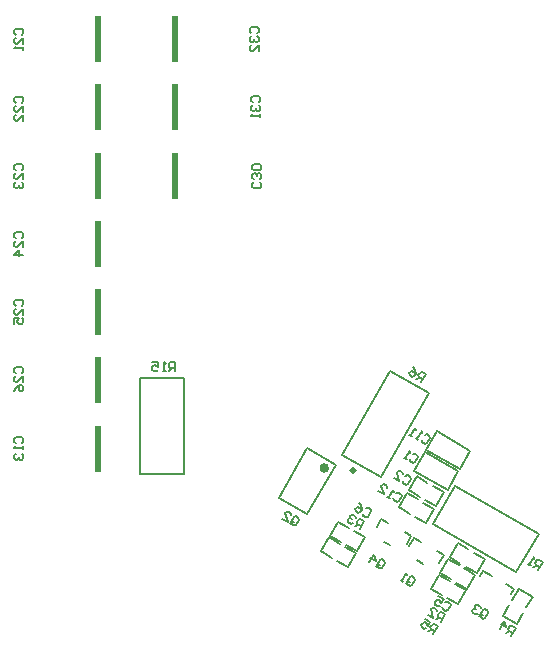
<source format=gbo>
G04*
G04 #@! TF.GenerationSoftware,Altium Limited,Altium Designer,21.1.1 (26)*
G04*
G04 Layer_Color=32896*
%FSLAX25Y25*%
%MOIN*%
G70*
G04*
G04 #@! TF.SameCoordinates,FDC4DEE7-E93E-45EC-9828-44F572C0D175*
G04*
G04*
G04 #@! TF.FilePolarity,Positive*
G04*
G01*
G75*
%ADD11C,0.01181*%
%ADD12C,0.01575*%
%ADD14C,0.00591*%
%ADD15C,0.00600*%
%ADD16C,0.00787*%
%ADD18C,0.00800*%
%ADD19R,0.01968X0.15748*%
D11*
X-13690Y-75509D02*
G03*
X-13690Y-75509I-591J0D01*
G01*
D12*
X-23146Y-74709D02*
G03*
X-23146Y-74709I-787J0D01*
G01*
D14*
X20100Y-112908D02*
X23651Y-114958D01*
X26351Y-110281D01*
X22723Y-108187D02*
X26351Y-110281D01*
X17344Y-105081D02*
X20895Y-107132D01*
X14644Y-109758D02*
X17344Y-105081D01*
X14644Y-109758D02*
X18273Y-111853D01*
X-16939Y-100941D02*
X-13310Y-103036D01*
X-16010Y-107713D02*
X-13310Y-103036D01*
X-19561Y-105663D02*
X-16010Y-107713D01*
X-25017Y-102513D02*
X-21388Y-104608D01*
X-25017Y-102513D02*
X-22317Y-97836D01*
X-18766Y-99886D01*
X35654Y-123930D02*
X37704Y-120379D01*
X35654Y-123930D02*
X40331Y-126630D01*
X42426Y-123001D01*
X43481Y-121174D02*
X45531Y-117623D01*
X40854Y-114923D02*
X45531Y-117623D01*
X38759Y-118552D02*
X40854Y-114923D01*
X11643Y-114955D02*
X15271Y-117050D01*
X11643Y-114955D02*
X14343Y-110278D01*
X17893Y-112328D01*
X19721Y-113383D02*
X23349Y-115478D01*
X20649Y-120155D02*
X23349Y-115478D01*
X17099Y-118105D02*
X20649Y-120155D01*
X9653Y-85317D02*
X13204Y-87367D01*
X15904Y-82690D01*
X12276Y-80595D02*
X15904Y-82690D01*
X6898Y-77490D02*
X10448Y-79540D01*
X4197Y-82167D02*
X6898Y-77490D01*
X4197Y-82167D02*
X7826Y-84262D01*
X23280Y-107621D02*
X26831Y-109670D01*
X29531Y-104994D01*
X25902Y-102899D02*
X29531Y-104994D01*
X20524Y-99794D02*
X24074Y-101844D01*
X17824Y-104471D02*
X20524Y-99794D01*
X17824Y-104471D02*
X21452Y-106565D01*
X-13939Y-95745D02*
X-10310Y-97840D01*
X-13010Y-102517D02*
X-10310Y-97840D01*
X-16561Y-100467D02*
X-13010Y-102517D01*
X-22017Y-97317D02*
X-18388Y-99411D01*
X-22017Y-97317D02*
X-19317Y-92640D01*
X-15766Y-94690D01*
X907Y-87772D02*
X4535Y-89867D01*
X907Y-87772D02*
X3607Y-83096D01*
X7157Y-85146D01*
X8985Y-86201D02*
X12613Y-88296D01*
X9913Y-92972D02*
X12613Y-88296D01*
X6363Y-90922D02*
X9913Y-92972D01*
D15*
X-85400Y-44597D02*
X-85400Y-76797D01*
X-70600Y-76797D02*
X-70600Y-44597D01*
X-85400Y-44597D02*
X-70600Y-44597D01*
X-85400Y-76797D02*
X-70600Y-76797D01*
X9898Y-68599D02*
X13498Y-62364D01*
X9898Y-68599D02*
X21156Y-75099D01*
X24756Y-68864D01*
X13498Y-62364D02*
X24756Y-68864D01*
X5898Y-75528D02*
X9498Y-69292D01*
X5898Y-75528D02*
X17156Y-82028D01*
X20756Y-75792D01*
X9498Y-69292D02*
X20756Y-75792D01*
X-17959Y-70243D02*
X-1859Y-42357D01*
X-5141Y-77643D02*
X10959Y-49757D01*
X-1859Y-42357D02*
X10959Y-49757D01*
X-17959Y-70243D02*
X-5141Y-77643D01*
X19619Y-80562D02*
X47505Y-96662D01*
X12219Y-93380D02*
X40105Y-109480D01*
X47505Y-96662D01*
X12219Y-93380D02*
X19619Y-80562D01*
X-48295Y70249D02*
X-48795Y70749D01*
Y71749D01*
X-48295Y72249D01*
X-46296D01*
X-45796Y71749D01*
Y70749D01*
X-46296Y70249D01*
X-48295Y69250D02*
X-48795Y68750D01*
Y67750D01*
X-48295Y67250D01*
X-47795D01*
X-47295Y67750D01*
Y68250D01*
Y67750D01*
X-46795Y67250D01*
X-46296D01*
X-45796Y67750D01*
Y68750D01*
X-46296Y69250D01*
X-45796Y64251D02*
Y66251D01*
X-47795Y64251D01*
X-48295D01*
X-48795Y64751D01*
Y65751D01*
X-48295Y66251D01*
X-47795Y47249D02*
X-48295Y47749D01*
Y48749D01*
X-47795Y49249D01*
X-45796D01*
X-45296Y48749D01*
Y47749D01*
X-45796Y47249D01*
X-47795Y46250D02*
X-48295Y45750D01*
Y44750D01*
X-47795Y44251D01*
X-47295D01*
X-46795Y44750D01*
Y45250D01*
Y44750D01*
X-46295Y44251D01*
X-45796D01*
X-45296Y44750D01*
Y45750D01*
X-45796Y46250D01*
X-45296Y43251D02*
Y42251D01*
Y42751D01*
X-48295D01*
X-47795Y43251D01*
X-45500Y20501D02*
X-45000Y20001D01*
Y19001D01*
X-45500Y18501D01*
X-47500D01*
X-48000Y19001D01*
Y20001D01*
X-47500Y20501D01*
X-45500Y21500D02*
X-45000Y22000D01*
Y23000D01*
X-45500Y23500D01*
X-46000D01*
X-46500Y23000D01*
Y22500D01*
Y23000D01*
X-47000Y23500D01*
X-47500D01*
X-48000Y23000D01*
Y22000D01*
X-47500Y21500D01*
X-45500Y24499D02*
X-45000Y24999D01*
Y25999D01*
X-45500Y26499D01*
X-47500D01*
X-48000Y25999D01*
Y24999D01*
X-47500Y24499D01*
X-45500D01*
X-73751Y-42500D02*
Y-39500D01*
X-75251D01*
X-75751Y-40000D01*
Y-41000D01*
X-75251Y-41500D01*
X-73751D01*
X-74751D02*
X-75751Y-42500D01*
X-76750D02*
X-77750D01*
X-77250D01*
Y-39500D01*
X-76750Y-40000D01*
X-81249Y-39500D02*
X-79249D01*
Y-41000D01*
X-80249Y-40500D01*
X-80749D01*
X-81249Y-41000D01*
Y-42000D01*
X-80749Y-42500D01*
X-79749D01*
X-79249Y-42000D01*
X8415Y-46048D02*
X9914Y-43451D01*
X8615Y-42701D01*
X7933Y-42884D01*
X7433Y-43750D01*
X7616Y-44433D01*
X8914Y-45182D01*
X8049Y-44683D02*
X6683Y-45048D01*
X5585Y-40952D02*
X6201Y-41884D01*
X6567Y-43250D01*
X6067Y-44116D01*
X5384Y-44299D01*
X4519Y-43799D01*
X4336Y-43116D01*
X4586Y-42683D01*
X5269Y-42500D01*
X6567Y-43250D01*
X12415Y-130048D02*
X13914Y-127451D01*
X12616Y-126701D01*
X11933Y-126884D01*
X11433Y-127750D01*
X11616Y-128433D01*
X12914Y-129183D01*
X12049Y-128683D02*
X10683Y-129049D01*
X9585Y-124952D02*
X11317Y-125952D01*
X10567Y-127250D01*
X9951Y-126317D01*
X9518Y-126067D01*
X8836Y-126250D01*
X8336Y-127116D01*
X8519Y-127799D01*
X9385Y-128299D01*
X10067Y-128116D01*
X38415Y-130548D02*
X39914Y-127951D01*
X38616Y-127201D01*
X37933Y-127384D01*
X37433Y-128250D01*
X37616Y-128933D01*
X38914Y-129683D01*
X38049Y-129183D02*
X36683Y-129549D01*
X34519Y-128299D02*
X36018Y-125702D01*
X36567Y-127750D01*
X34836Y-126750D01*
X-12085Y-95048D02*
X-10586Y-92451D01*
X-11885Y-91701D01*
X-12567Y-91884D01*
X-13067Y-92750D01*
X-12884Y-93433D01*
X-11586Y-94182D01*
X-12451Y-93683D02*
X-13817Y-94049D01*
X-13433Y-91384D02*
X-13616Y-90702D01*
X-14482Y-90202D01*
X-15165Y-90385D01*
X-15414Y-90817D01*
X-15232Y-91500D01*
X-14799Y-91750D01*
X-15232Y-91500D01*
X-15914Y-91683D01*
X-16164Y-92116D01*
X-15981Y-92799D01*
X-15115Y-93299D01*
X-14433Y-93116D01*
X14915Y-126048D02*
X16414Y-123451D01*
X15115Y-122701D01*
X14433Y-122884D01*
X13933Y-123750D01*
X14116Y-124433D01*
X15414Y-125182D01*
X14549Y-124683D02*
X13183Y-125048D01*
X10586Y-123549D02*
X12317Y-124549D01*
X11586Y-121818D01*
X11835Y-121385D01*
X12518Y-121202D01*
X13384Y-121702D01*
X13567Y-122384D01*
X47414Y-108618D02*
X48913Y-106021D01*
X47615Y-105271D01*
X46932Y-105454D01*
X46432Y-106320D01*
X46615Y-107003D01*
X47914Y-107753D01*
X47048Y-107253D02*
X45682Y-107619D01*
X44817Y-107119D02*
X43951Y-106619D01*
X44384Y-106869D01*
X45883Y-104272D01*
X46066Y-104955D01*
X-6470Y-106953D02*
X-5471Y-105222D01*
X-4788Y-105039D01*
X-3922Y-105538D01*
X-3739Y-106221D01*
X-4739Y-107953D01*
X-5422Y-108136D01*
X-6288Y-107636D01*
X-5355Y-107020D02*
X-6720Y-107386D01*
X-6288Y-107636D02*
X-6470Y-106953D01*
X-8885Y-106136D02*
X-7385Y-103539D01*
X-6836Y-105587D01*
X-8568Y-104588D01*
X28024Y-123723D02*
X29024Y-121991D01*
X29707Y-121808D01*
X30572Y-122308D01*
X30755Y-122991D01*
X29756Y-124723D01*
X29073Y-124906D01*
X28207Y-124406D01*
X29140Y-123790D02*
X27774Y-124156D01*
X28207Y-124406D02*
X28024Y-123723D01*
X28158Y-121492D02*
X27975Y-120809D01*
X27109Y-120309D01*
X26427Y-120492D01*
X26177Y-120925D01*
X26360Y-121607D01*
X26792Y-121858D01*
X26360Y-121607D01*
X25677Y-121791D01*
X25427Y-122223D01*
X25610Y-122906D01*
X26476Y-123406D01*
X27158Y-123223D01*
X-35067Y-92616D02*
X-34067Y-90884D01*
X-33384Y-90701D01*
X-32519Y-91201D01*
X-32336Y-91884D01*
X-33336Y-93615D01*
X-34018Y-93798D01*
X-34884Y-93299D01*
X-33951Y-92683D02*
X-35317Y-93049D01*
X-34884Y-93299D02*
X-35067Y-92616D01*
X-37914Y-91549D02*
X-36183Y-92549D01*
X-36914Y-89818D01*
X-36665Y-89385D01*
X-35982Y-89202D01*
X-35116Y-89701D01*
X-34933Y-90384D01*
X3486Y-112701D02*
X4486Y-110970D01*
X5169Y-110787D01*
X6035Y-111286D01*
X6218Y-111969D01*
X5218Y-113701D01*
X4535Y-113884D01*
X3669Y-113384D01*
X4602Y-112768D02*
X3237Y-113134D01*
X3669Y-113384D02*
X3486Y-112701D01*
X2371Y-112634D02*
X1505Y-112134D01*
X1938Y-112384D01*
X3437Y-109787D01*
X3620Y-110470D01*
X-126795Y-43181D02*
X-127295Y-42681D01*
Y-41682D01*
X-126795Y-41182D01*
X-124796D01*
X-124296Y-41682D01*
Y-42681D01*
X-124796Y-43181D01*
X-124296Y-46180D02*
Y-44181D01*
X-126295Y-46180D01*
X-126795D01*
X-127295Y-45680D01*
Y-44681D01*
X-126795Y-44181D01*
X-127295Y-49179D02*
X-126795Y-48180D01*
X-125795Y-47180D01*
X-124796D01*
X-124296Y-47680D01*
Y-48679D01*
X-124796Y-49179D01*
X-125295D01*
X-125795Y-48679D01*
Y-47180D01*
X-126795Y-20612D02*
X-127295Y-20112D01*
Y-19112D01*
X-126795Y-18612D01*
X-124796D01*
X-124296Y-19112D01*
Y-20112D01*
X-124796Y-20612D01*
X-124296Y-23611D02*
Y-21611D01*
X-126295Y-23611D01*
X-126795D01*
X-127295Y-23111D01*
Y-22111D01*
X-126795Y-21611D01*
X-127295Y-26610D02*
Y-24610D01*
X-125795D01*
X-126295Y-25610D01*
Y-26110D01*
X-125795Y-26610D01*
X-124796D01*
X-124296Y-26110D01*
Y-25110D01*
X-124796Y-24610D01*
X-126795Y1958D02*
X-127295Y2458D01*
Y3457D01*
X-126795Y3957D01*
X-124796D01*
X-124296Y3457D01*
Y2458D01*
X-124796Y1958D01*
X-124296Y-1041D02*
Y958D01*
X-126295Y-1041D01*
X-126795D01*
X-127295Y-541D01*
Y458D01*
X-126795Y958D01*
X-124296Y-3540D02*
X-127295D01*
X-125795Y-2041D01*
Y-4040D01*
X-126795Y24527D02*
X-127295Y25027D01*
Y26027D01*
X-126795Y26527D01*
X-124796D01*
X-124296Y26027D01*
Y25027D01*
X-124796Y24527D01*
X-124296Y21528D02*
Y23528D01*
X-126295Y21528D01*
X-126795D01*
X-127295Y22028D01*
Y23028D01*
X-126795Y23528D01*
Y20528D02*
X-127295Y20029D01*
Y19029D01*
X-126795Y18529D01*
X-126295D01*
X-125795Y19029D01*
Y19529D01*
Y19029D01*
X-125295Y18529D01*
X-124796D01*
X-124296Y19029D01*
Y20029D01*
X-124796Y20528D01*
X-126795Y47097D02*
X-127295Y47596D01*
Y48596D01*
X-126795Y49096D01*
X-124796D01*
X-124296Y48596D01*
Y47596D01*
X-124796Y47097D01*
X-124296Y44098D02*
Y46097D01*
X-126295Y44098D01*
X-126795D01*
X-127295Y44598D01*
Y45597D01*
X-126795Y46097D01*
X-124296Y41099D02*
Y43098D01*
X-126295Y41099D01*
X-126795D01*
X-127295Y41598D01*
Y42598D01*
X-126795Y43098D01*
Y69749D02*
X-127295Y70249D01*
Y71249D01*
X-126795Y71749D01*
X-124796D01*
X-124296Y71249D01*
Y70249D01*
X-124796Y69749D01*
X-124296Y66751D02*
Y68750D01*
X-126295Y66751D01*
X-126795D01*
X-127295Y67250D01*
Y68250D01*
X-126795Y68750D01*
X-124296Y65751D02*
Y64751D01*
Y65251D01*
X-127295D01*
X-126795Y65751D01*
Y-66501D02*
X-127295Y-66001D01*
Y-65001D01*
X-126795Y-64501D01*
X-124796D01*
X-124296Y-65001D01*
Y-66001D01*
X-124796Y-66501D01*
X-124296Y-67500D02*
Y-68500D01*
Y-68000D01*
X-127295D01*
X-126795Y-67500D01*
Y-69999D02*
X-127295Y-70499D01*
Y-71499D01*
X-126795Y-71999D01*
X-126295D01*
X-125795Y-71499D01*
Y-70999D01*
Y-71499D01*
X-125295Y-71999D01*
X-124796D01*
X-124296Y-71499D01*
Y-70499D01*
X-124796Y-69999D01*
X115Y-83043D02*
X797Y-82860D01*
X1663Y-83360D01*
X1846Y-84043D01*
X846Y-85774D01*
X164Y-85957D01*
X-702Y-85457D01*
X-885Y-84775D01*
X-2001Y-84708D02*
X-2867Y-84208D01*
X-2434Y-84458D01*
X-934Y-81861D01*
X-751Y-82543D01*
X-5897Y-82458D02*
X-4165Y-83458D01*
X-4897Y-80727D01*
X-4647Y-80294D01*
X-3964Y-80111D01*
X-3098Y-80611D01*
X-2915Y-81294D01*
X9566Y-63674D02*
X10249Y-63491D01*
X11114Y-63991D01*
X11297Y-64673D01*
X10298Y-66405D01*
X9615Y-66588D01*
X8749Y-66088D01*
X8566Y-65405D01*
X7450Y-65338D02*
X6585Y-64838D01*
X7017Y-65088D01*
X8517Y-62491D01*
X8700Y-63174D01*
X5286Y-64089D02*
X4420Y-63589D01*
X4853Y-63839D01*
X6353Y-61242D01*
X6536Y-61924D01*
X-10048Y-88172D02*
X-9365Y-87989D01*
X-8499Y-88489D01*
X-8316Y-89171D01*
X-9316Y-90903D01*
X-9999Y-91086D01*
X-10864Y-90586D01*
X-11047Y-89903D01*
X-12395Y-86239D02*
X-11779Y-87172D01*
X-11413Y-88538D01*
X-11913Y-89403D01*
X-12596Y-89586D01*
X-13462Y-89087D01*
X-13645Y-88404D01*
X-13395Y-87971D01*
X-12712Y-87788D01*
X-11413Y-88538D01*
X16433Y-119384D02*
X17116Y-119201D01*
X17981Y-119701D01*
X18164Y-120384D01*
X17165Y-122115D01*
X16482Y-122298D01*
X15616Y-121799D01*
X15433Y-121116D01*
X14085Y-117452D02*
X15817Y-118451D01*
X15067Y-119750D01*
X14451Y-118817D01*
X14018Y-118568D01*
X13336Y-118750D01*
X12836Y-119616D01*
X13019Y-120299D01*
X13884Y-120799D01*
X14567Y-120616D01*
X3148Y-77289D02*
X3831Y-77106D01*
X4697Y-77606D01*
X4880Y-78289D01*
X3880Y-80020D01*
X3198Y-80203D01*
X2332Y-79703D01*
X2149Y-79021D01*
X-698Y-77954D02*
X1033Y-78954D01*
X301Y-76222D01*
X551Y-75790D01*
X1234Y-75607D01*
X2100Y-76107D01*
X2283Y-76789D01*
X5599Y-70044D02*
X6282Y-69861D01*
X7148Y-70361D01*
X7331Y-71044D01*
X6331Y-72775D01*
X5649Y-72958D01*
X4783Y-72458D01*
X4600Y-71776D01*
X3484Y-71709D02*
X2618Y-71209D01*
X3051Y-71459D01*
X4551Y-68862D01*
X4734Y-69544D01*
D16*
X-3948Y-99222D02*
X-1902Y-100403D01*
X6875Y-105470D02*
X8920Y-106651D01*
X38349Y-116651D02*
X39333Y-114946D01*
X36606Y-113371D02*
X39333Y-114946D01*
X28120Y-110745D02*
X29105Y-109040D01*
X31832Y-110615D01*
D18*
X-4852Y-91654D02*
X-2602Y-92953D01*
X-4852Y-91654D02*
X-2602Y-92953D01*
X-4852Y-91654D02*
X-2602Y-92953D01*
X-6456Y-94433D02*
X-4852Y-91654D01*
X3500Y-100181D02*
X5104Y-97402D01*
X2854Y-96103D02*
X5104Y-97402D01*
X5971Y-97902D02*
X8221Y-99201D01*
X5971Y-97902D02*
X8221Y-99201D01*
X5971Y-97902D02*
X8221Y-99201D01*
X4367Y-100681D02*
X5971Y-97902D01*
X14322Y-106429D02*
X15927Y-103650D01*
X13677Y-102351D02*
X15927Y-103650D01*
X-29618Y-90066D02*
X-20169Y-73700D01*
X-39165Y-84554D02*
X-29716Y-68189D01*
X-20169Y-73700D01*
X-39165Y-84554D02*
X-29618Y-90066D01*
D19*
X-73701Y22750D02*
D03*
Y45500D02*
D03*
Y68250D02*
D03*
X-99390Y-68250D02*
D03*
Y-45500D02*
D03*
Y-22750D02*
D03*
Y0D02*
D03*
Y22750D02*
D03*
Y45500D02*
D03*
Y68250D02*
D03*
M02*

</source>
